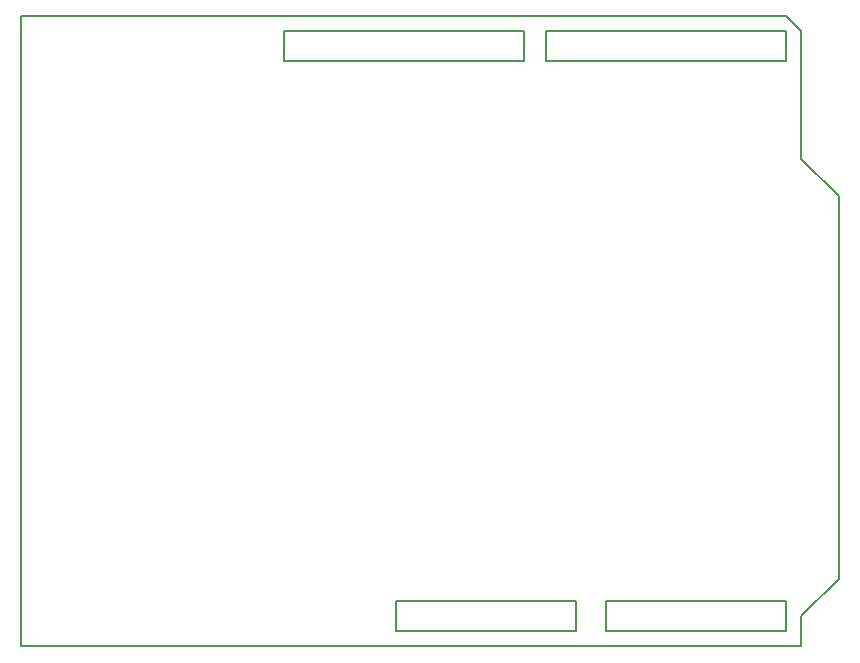
<source format=gbo>
G75*
G70*
%OFA0B0*%
%FSLAX24Y24*%
%IPPOS*%
%LPD*%
%AMOC8*
5,1,8,0,0,1.08239X$1,22.5*
%
%ADD10C,0.0050*%
D10*
X007867Y009721D02*
X007867Y030721D01*
X033367Y030721D01*
X033867Y030221D01*
X033867Y025971D01*
X035117Y024721D01*
X035117Y011971D01*
X033867Y010721D01*
X033867Y009721D01*
X007867Y009721D01*
X020367Y010221D02*
X020367Y011221D01*
X026367Y011221D01*
X026367Y010221D01*
X020367Y010221D01*
X027367Y010221D02*
X027367Y011221D01*
X033367Y011221D01*
X033367Y010221D01*
X027367Y010221D01*
X025367Y029221D02*
X033367Y029221D01*
X033367Y030221D01*
X025367Y030221D01*
X025367Y029221D01*
X024617Y029221D02*
X024617Y030221D01*
X016617Y030221D01*
X016617Y029221D01*
X024617Y029221D01*
M02*

</source>
